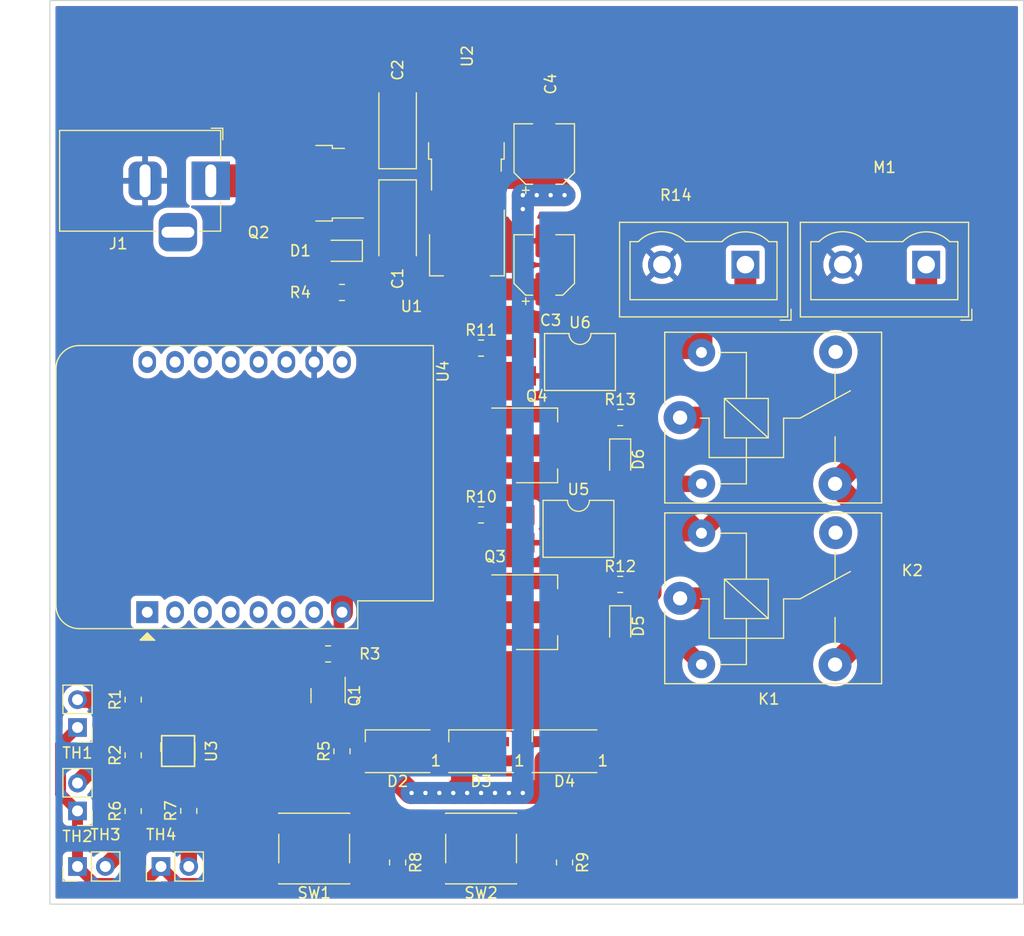
<source format=kicad_pcb>
(kicad_pcb (version 20211014) (generator pcbnew)
  (layers (0 "F.Cu" signal) (31 "B.Cu" signal) (34 "B.Paste" user) (35 "F.Paste" user) (36 "B.SilkS" user "B.Silkscreen") (37 "F.SilkS" user "F.Silkscreen") (38 "B.Mask" user) (39 "F.Mask" user) (44 "Edge.Cuts" user))
  (net 0 "")
  (net 1 "+12V")
  (net 2 "GND")
  (net 3 "+3.3V")
  (net 4 "+5V")
  (net 5 "Net-(D1-Pad2)")
  (net 6 "Net-(D2-Pad1)")
  (net 7 "Net-(D2-Pad3)")
  (net 8 "Net-(D3-Pad1)")
  (net 10 "Net-(D5-Pad2)")
  (net 11 "Net-(D6-Pad2)")
  (net 12 "Net-(J1-Pad1)")
  (net 13 "/LEDIN")
  (net 14 "Net-(Q3-Pad1)")
  (net 15 "Net-(Q4-Pad1)")
  (net 16 "/THERM")
  (net 17 "Net-(R2-Pad1)")
  (net 18 "Net-(R6-Pad1)")
  (net 19 "Net-(R7-Pad1)")
  (net 20 "/FAN")
  (net 21 "/HEAT")
  (net 22 "unconnected-(U3-Pad4)")
  (net 23 "/SCL")
  (net 24 "/SDA")
  (net 36 "Net-(K1-Pad1)")
  (net 38 "Net-(K2-Pad1)")
  (net 40 "Net-(R10-Pad2)")
  (net 41 "Net-(R11-Pad2)")
  (net 42 "Net-(R12-Pad2)")
  (net 43 "Net-(R13-Pad2)")
  (net 44 "/STARTB")
  (net 45 "/STOPB")
  (footprint "Resistor_SMD:R_0805_2012Metric_Pad1.20x1.40mm_HandSolder" (layer "F.Cu") (at 58.401 110.859 90)
    (fp_text reference "R2" (at 0 -1.65 90) (layer "F.SilkS"))
    (fp_text value "R")
    (pad "1" smd roundrect (at -1 0 90) (size 1.2 1.4) (layers "F.Cu" "F.Paste" "F.Mask") (roundrect_rratio 0.208333) (net 17 "Net-(R2-Pad1)"))
    (pad "2" smd roundrect (at 1 0 90) (size 1.2 1.4) (layers "F.Cu" "F.Paste" "F.Mask") (roundrect_rratio 0.208333) (net 2 "GND"))
  )
  (footprint "Diode_SMD:D_0805_2012Metric_Pad1.15x1.40mm_HandSolder" (layer "F.Cu") (at 102.87 99.06 -90)
    (fp_text reference "D5" (at 0 -1.65 90) (layer "F.SilkS"))
    (fp_text value "D")
    (pad "1" smd roundrect (at -1.025 0 270) (size 1.15 1.4) (layers "F.Cu" "F.Paste" "F.Mask") (roundrect_rratio 0.217391) (net 1 "+12V"))
    (pad "2" smd roundrect (at 1.025 0 270) (size 1.15 1.4) (layers "F.Cu" "F.Paste" "F.Mask") (roundrect_rratio 0.217391) (net 10 "Net-(D5-Pad2)"))
  )
  (footprint "TerminalBlock:TerminalBlock_Wuerth_691311400102_P7.62mm" (layer "F.Cu") (at 114.3 66.04 180)
    (fp_text reference "R14" (at 6.35 6.35) (layer "F.SilkS"))
    (fp_text value "Heater")
    (pad "1" thru_hole rect (at 0 0 180) (size 2.54 2.54) (drill 1.6) (layers *.Cu *.Mask) (net 38 "Net-(K2-Pad1)"))
    (pad "2" thru_hole circle (at 7.62 0 180) (size 2.54 2.54) (drill 1.6) (layers *.Cu *.Mask) (net 2 "GND"))
  )
  (footprint "Resistor_SMD:R_0805_2012Metric_Pad1.20x1.40mm_HandSolder" (layer "F.Cu") (at 97.79 120.65 -90)
    (fp_text reference "R9" (at 0 -1.65 90) (layer "F.SilkS"))
    (fp_text value "R")
    (pad "1" smd roundrect (at -1 0 270) (size 1.2 1.4) (layers "F.Cu" "F.Paste" "F.Mask") (roundrect_rratio 0.208333) (net 2 "GND"))
    (pad "2" smd roundrect (at 1 0 270) (size 1.2 1.4) (layers "F.Cu" "F.Paste" "F.Mask") (roundrect_rratio 0.208333) (net 3 "+3.3V"))
  )
  (footprint "Package_TO_SOT_SMD:SOT-223-3_TabPin2" (layer "F.Cu") (at 95.25 82.55)
    (fp_text reference "Q4" (at 0 -4.5) (layer "F.SilkS"))
    (fp_text value "PZT2222A")
    (pad "1" smd rect (at -3.15 -2.3) (size 2 1.5) (layers "F.Cu" "F.Paste" "F.Mask") (net 15 "Net-(Q4-Pad1)"))
    (pad "2" smd rect (at 3.15 0) (size 2 3.8) (layers "F.Cu" "F.Paste" "F.Mask") (net 11 "Net-(D6-Pad2)"))
    (pad "2" smd rect (at -3.15 0) (size 2 1.5) (layers "F.Cu" "F.Paste" "F.Mask") (net 11 "Net-(D6-Pad2)"))
    (pad "3" smd rect (at -3.15 2.3) (size 2 1.5) (layers "F.Cu" "F.Paste" "F.Mask") (net 2 "GND"))
  )
  (footprint "Resistor_SMD:R_0805_2012Metric_Pad1.20x1.40mm_HandSolder" (layer "F.Cu") (at 76.2 101.6 180)
    (fp_text reference "R3" (at -3.81 0) (layer "F.SilkS"))
    (fp_text value "R")
    (pad "1" smd roundrect (at -1 0 180) (size 1.2 1.4) (layers "F.Cu" "F.Paste" "F.Mask") (roundrect_rratio 0.208333) (net 3 "+3.3V"))
    (pad "2" smd roundrect (at 1 0 180) (size 1.2 1.4) (layers "F.Cu" "F.Paste" "F.Mask") (roundrect_rratio 0.208333) (net 13 "/LEDIN"))
  )
  (footprint "Connector_BarrelJack:BarrelJack_Horizontal" (layer "F.Cu") (at 65.4868 58.3769)
    (fp_text reference "J1" (at -8.45 5.75) (layer "F.SilkS"))
    (fp_text value "Barrel_Jack_MountingPin")
    (pad "1" thru_hole rect (at 0 0) (size 3.5 3.5) (drill oval 1 3) (layers *.Cu *.Mask) (net 12 "Net-(J1-Pad1)"))
    (pad "2" thru_hole roundrect (at -6 0) (size 3 3.5) (drill oval 1 3) (layers *.Cu *.Mask) (net 2 "GND"))
    (pad "3" thru_hole roundrect (at -3 4.7) (size 3.5 3.5) (drill oval 3 1) (layers *.Cu *.Mask))
  )
  (footprint "Module:WEMOS_D1_mini_light" (layer "F.Cu") (at 59.69 97.79 90)
    (fp_text reference "U4" (at 22 27 90) (layer "F.SilkS"))
    (fp_text value "WeMos_D1_mini")
    (pad "1" thru_hole rect (at 0 0 90) (size 2 2) (drill 1) (layers *.Cu *.Mask))
    (pad "2" thru_hole oval (at 0 2.54 90) (size 2 1.6) (drill 1) (layers *.Cu *.Mask) (net 16 "/THERM"))
    (pad "3" thru_hole oval (at 0 5.08 90) (size 2 1.6) (drill 1) (layers *.Cu *.Mask))
    (pad "4" thru_hole oval (at 0 7.62 90) (size 2 1.6) (drill 1) (layers *.Cu *.Mask))
    (pad "5" thru_hole oval (at 0 10.16 90) (size 2 1.6) (drill 1) (layers *.Cu *.Mask))
    (pad "6" thru_hole oval (at 0 12.7 90) (size 2 1.6) (drill 1) (layers *.Cu *.Mask))
    (pad "7" thru_hole oval (at 0 15.24 90) (size 2 1.6) (drill 1) (layers *.Cu *.Mask))
    (pad "8" thru_hole oval (at 0 17.78 90) (size 2 1.6) (drill 1) (layers *.Cu *.Mask) (net 3 "+3.3V"))
    (pad "9" thru_hole oval (at 22.86 17.78 90) (size 2 1.6) (drill 1) (layers *.Cu *.Mask))
    (pad "10" thru_hole oval (at 22.86 15.24 90) (size 2 1.6) (drill 1) (layers *.Cu *.Mask) (net 2 "GND"))
    (pad "11" thru_hole oval (at 22.86 12.7 90) (size 2 1.6) (drill 1) (layers *.Cu *.Mask))
    (pad "12" thru_hole oval (at 22.86 10.16 90) (size 2 1.6) (drill 1) (layers *.Cu *.Mask))
    (pad "13" thru_hole oval (at 22.86 7.62 90) (size 2 1.6) (drill 1) (layers *.Cu *.Mask) (net 24 "/SDA"))
    (pad "14" thru_hole oval (at 22.86 5.08 90) (size 2 1.6) (drill 1) (layers *.Cu *.Mask) (net 23 "/SCL"))
    (pad "15" thru_hole oval (at 22.86 2.54 90) (size 2 1.6) (drill 1) (layers *.Cu *.Mask))
    (pad "16" thru_hole oval (at 22.86 0 90) (size 2 1.6) (drill 1) (layers *.Cu *.Mask))
  )
  (footprint "Package_DIP:SMDIP-4_W9.53mm_Clearance8mm" (layer "F.Cu") (at 99.2 74.93)
    (fp_text reference "U6" (at 0 -3.6) (layer "F.SilkS"))
    (fp_text value "SFH617A-1X007T")
    (pad "1" smd rect (at -4.765 -1.27) (size 1.5 1.78) (layers "F.Cu" "F.Paste" "F.Mask") (net 41 "Net-(R11-Pad2)"))
    (pad "2" smd rect (at -4.765 1.27) (size 1.5 1.78) (layers "F.Cu" "F.Paste" "F.Mask") (net 2 "GND"))
    (pad "3" smd rect (at 4.765 1.27) (size 1.5 1.78) (layers "F.Cu" "F.Paste" "F.Mask") (net 43 "Net-(R13-Pad2)"))
    (pad "4" smd rect (at 4.765 -1.27) (size 1.5 1.78) (layers "F.Cu" "F.Paste" "F.Mask") (net 1 "+12V"))
  )
  (footprint "Connector_PinHeader_2.54mm:PinHeader_1x02_P2.54mm_Vertical" (layer "F.Cu") (at 60.941 121.019 90)
    (fp_text reference "TH4" (at 2.909 0.019 180) (layer "F.SilkS"))
    (fp_text value "Right Thermistor")
    (pad "1" thru_hole rect (at 0 0 90) (size 1.7 1.7) (drill 1) (layers *.Cu *.Mask) (net 3 "+3.3V"))
    (pad "2" thru_hole oval (at 0 2.54 90) (size 1.7 1.7) (drill 1) (layers *.Cu *.Mask) (net 19 "Net-(R7-Pad1)"))
  )
  (footprint "My:MSOP-8+SOT23-8" (layer "F.Cu") (at 66.04 110.49 90)
    (fp_text reference "U3" (at 0 -0.5 90 unlocked) (layer "F.SilkS"))
    (fp_text value "MAX11612")
    (pad "1" smd rect (at -2.129 -4.509) (size 0.38 1) (layers "F.Cu" "F.Paste" "F.Mask") (net 18 "Net-(R6-Pad1)"))
    (pad "1" smd roundrect (at -1.1555 -4.531 90) (size 1.325 0.5) (layers "F.Cu" "F.Paste" "F.Mask") (net 18 "Net-(R6-Pad1)"))
    (pad "2" smd roundrect (at -1.1555 -3.881 90) (size 1.325 0.5) (layers "F.Cu" "F.Paste" "F.Mask") (net 19 "Net-(R7-Pad1)"))
    (pad "2" smd rect (at -2.129 -3.859) (size 0.38 1) (layers "F.Cu" "F.Paste" "F.Mask") (net 19 "Net-(R7-Pad1)"))
    (pad "3" smd rect (at -2.129 -3.209) (size 0.38 1) (layers "F.Cu" "F.Paste" "F.Mask") (net 17 "Net-(R2-Pad1)"))
    (pad "3" smd roundrect (at -1.1555 -3.231 90) (size 1.325 0.5) (layers "F.Cu" "F.Paste" "F.Mask") (net 17 "Net-(R2-Pad1)"))
    (pad "4" smd rect (at -2.129 -2.559) (size 0.38 1) (layers "F.Cu" "F.Paste" "F.Mask") (net 22 "unconnected-(U3-Pad4)"))
    (pad "4" smd roundrect (at -1.1555 -2.581 90) (size 1.325 0.5) (layers "F.Cu" "F.Paste" "F.Mask") (net 22 "unconnected-(U3-Pad4)"))
    (pad "5" smd rect (at 2.171 -2.559) (size 0.38 1) (layers "F.Cu" "F.Paste" "F.Mask") (net 23 "/SCL"))
    (pad "5" smd roundrect (at 1.1195 -2.581 90) (size 1.325 0.5) (layers "F.Cu" "F.Paste" "F.Mask") (net 23 "/SCL"))
    (pad "6" smd roundrect (at 1.1195 -3.231 90) (size 1.325 0.5) (layers "F.Cu" "F.Paste" "F.Mask") (net 24 "/SDA"))
    (pad "6" smd rect (at 2.171 -3.209) (size 0.38 1) (layers "F.Cu" "F.Paste" "F.Mask") (net 24 "/SDA"))
    (pad "7" smd roundrect (at 1.1195 -3.881 90) (size 1.325 0.5) (layers "F.Cu" "F.Paste" "F.Mask") (net 2 "GND"))
    (pad "7" smd rect (at 2.171 -3.859) (size 0.38 1) (layers "F.Cu" "F.Paste" "F.Mask") (net 2 "GND"))
    (pad "8" smd rect (at 2.171 -4.509) (size 0.38 1) (layers "F.Cu" "F.Paste" "F.Mask") (net 3 "+3.3V"))
    (pad "8" smd roundrect (at 1.1195 -4.531 90) (size 1.325 0.5) (layers "F.Cu" "F.Paste" "F.Mask") (net 3 "+3.3V"))
  )
  (footprint "Resistor_SMD:R_0805_2012Metric_Pad1.20x1.40mm_HandSolder" (layer "F.Cu") (at 82.55 120.65 -90)
    (fp_text reference "R8" (at 0 -1.65 90) (layer "F.SilkS"))
    (fp_text value "R")
    (pad "1" smd roundrect (at -1 0 270) (size 1.2 1.4) (layers "F.Cu" "F.Paste" "F.Mask") (roundrect_rratio 0.208333) (net 2 "GND"))
    (pad "2" smd roundrect (at 1 0 270) (size 1.2 1.4) (layers "F.Cu" "F.Paste" "F.Mask") (roundrect_rratio 0.208333) (net 3 "+3.3V"))
  )
  (footprint "LED_SMD:LED_SK6812MINI_PLCC4_3.5x3.5mm_P1.75mm" (layer "F.Cu") (at 90.17 110.49 180)
    (fp_text reference "D3" (at 0 -2.75) (layer "F.SilkS"))
    (fp_text value "SK6812MINI")
    (fp_text user "1" (at -3.5 -0.875) (layer "F.SilkS"))
    (pad "1" smd rect (at -1.75 -0.875 180) (size 1.6 0.85) (layers "F.Cu" "F.Paste" "F.Mask") (net 8 "Net-(D3-Pad1)"))
    (pad "2" smd rect (at -1.75 0.875 180) (size 1.6 0.85) (layers "F.Cu" "F.Paste" "F.Mask") (net 2 "GND"))
    (pad "3" smd rect (at 1.75 0.875 180) (size 1.6 0.85) (layers "F.Cu" "F.Paste" "F.Mask") (net 6 "Net-(D2-Pad1)"))
    (pad "4" smd rect (at 1.75 -0.875 180) (size 1.6 0.85) (layers "F.Cu" "F.Paste" "F.Mask") (net 4 "+5V"))
  )
  (footprint "Capacitor_SMD:CP_Elec_5x5.7" (layer "F.Cu") (at 95.9358 66.0654 90)
    (fp_text reference "C3" (at -5.0546 0.5842 180) (layer "F.SilkS"))
    (fp_text value "C_Polarized_US")
    (pad "1" smd roundrect (at -2.2 0 90) (size 3 1.6) (layers "F.Cu" "F.Paste" "F.Mask") (roundrect_rratio 0.15625) (net 3 "+3.3V"))
    (pad "2" smd roundrect (at 2.2 0 90) (size 3 1.6) (layers "F.Cu" "F.Paste" "F.Mask") (roundrect_rratio 0.15625) (net 2 "GND"))
  )
  (footprint "Resistor_SMD:R_0805_2012Metric_Pad1.20x1.40mm_HandSolder" (layer "F.Cu") (at 102.87 80.01)
    (fp_text reference "R13" (at 0 -1.65) (layer "F.SilkS"))
    (fp_text value "R 120")
    (pad "1" smd roundrect (at -1 0) (size 1.2 1.4) (layers "F.Cu" "F.Paste" "F.Mask") (roundrect_rratio 0.208333) (net 15 "Net-(Q4-Pad1)"))
    (pad "2" smd roundrect (at 1 0) (size 1.2 1.4) (layers "F.Cu" "F.Paste" "F.Mask") (roundrect_rratio 0.208333) (net 43 "Net-(R13-Pad2)"))
  )
  (footprint "Capacitor_SMD:CP_Elec_5x5.7" (layer "F.Cu") (at 95.9358 55.9308 90)
    (fp_text reference "C4" (at 6.4008 0.5842 90) (layer "F.SilkS"))
    (fp_text value "C_Polarized_US")
    (pad "1" smd roundrect (at -2.2 0 90) (size 3 1.6) (layers "F.Cu" "F.Paste" "F.Mask") (roundrect_rratio 0.15625) (net 4 "+5V"))
    (pad "2" smd roundrect (at 2.2 0 90) (size 3 1.6) (layers "F.Cu" "F.Paste" "F.Mask") (roundrect_rratio 0.15625) (net 2 "GND"))
  )
  (footprint "Resistor_SMD:R_0805_2012Metric_Pad1.20x1.40mm_HandSolder" (layer "F.Cu") (at 63.481 115.939 90)
    (fp_text reference "R7" (at 0 -1.65 90) (layer "F.SilkS"))
    (fp_text value "R")
    (pad "1" smd roundrect (at -1 0 90) (size 1.2 1.4) (layers "F.Cu" "F.Paste" "F.Mask") (roundrect_rratio 0.208333) (net 19 "Net-(R7-Pad1)"))
    (pad "2" smd roundrect (at 1 0 90) (size 1.2 1.4) (layers "F.Cu" "F.Paste" "F.Mask") (roundrect_rratio 0.208333) (net 2 "GND"))
  )
  (footprint "Capacitor_Tantalum_SMD:CP_EIA-6032-15_Kemet-U_Pad2.25x2.35mm_HandSolder" (layer "F.Cu") (at 82.55 53.34 90)
    (fp_text reference "C2" (at 5.08 0 90) (layer "F.SilkS"))
    (fp_text value "C")
    (pad "1" smd roundrect (at -2.55 0 90) (size 2.25 2.35) (layers "F.Cu" "F.Paste" "F.Mask") (roundrect_rratio 0.111111) (net 1 "+12V"))
    (pad "2" smd roundrect (at 2.55 0 90) (size 2.25 2.35) (layers "F.Cu" "F.Paste" "F.Mask") (roundrect_rratio 0.111111) (net 2 "GND"))
  )
  (footprint "Resistor_SMD:R_0805_2012Metric_Pad1.20x1.40mm_HandSolder" (layer "F.Cu") (at 102.87 95.25)
    (fp_text reference "R12" (at 0 -1.65) (layer "F.SilkS"))
    (fp_text value "R 120")
    (pad "1" smd roundrect (at -1 0) (size 1.2 1.4) (layers "F.Cu" "F.Paste" "F.Mask") (roundrect_rratio 0.208333) (net 14 "Net-(Q3-Pad1)"))
    (pad "2" smd roundrect (at 1 0) (size 1.2 1.4) (layers "F.Cu" "F.Paste" "F.Mask") (roundrect_rratio 0.208333) (net 42 "Net-(R12-Pad2)"))
  )
  (footprint "Resistor_SMD:R_0805_2012Metric_Pad1.20x1.40mm_HandSolder" (layer "F.Cu") (at 77.47 68.58)
    (fp_text reference "R4" (at -3.81 0) (layer "F.SilkS"))
    (fp_text value "R")
    (pad "1" smd roundrect (at -1 0) (size 1.2 1.4) (layers "F.Cu" "F.Paste" "F.Mask") (roundrect_rratio 0.208333) (net 5 "Net-(D1-Pad2)"))
    (pad "2" smd roundrect (at 1 0) (size 1.2 1.4) (layers "F.Cu" "F.Paste" "F.Mask") (roundrect_rratio 0.208333) (net 2 "GND"))
  )
  (footprint "Capacitor_Tantalum_SMD:CP_EIA-6032-15_Kemet-U_Pad2.25x2.35mm_HandSolder" (layer "F.Cu") (at 82.55 62.23 -90)
    (fp_text reference "C1" (at 5.08 0 90) (layer "F.SilkS"))
    (fp_text value "C")
    (pad "1" smd roundrect (at -2.55 0 270) (size 2.25 2.35) (layers "F.Cu" "F.Paste" "F.Mask") (roundrect_rratio 0.111111) (net 1 "+12V"))
    (pad "2" smd roundrect (at 2.55 0 270) (size 2.25 2.35) (layers "F.Cu" "F.Paste" "F.Mask") (roundrect_rratio 0.111111) (net 2 "GND"))
  )
  (footprint "Resistor_SMD:R_0805_2012Metric_Pad1.20x1.40mm_HandSolder" (layer "F.Cu") (at 90.17 88.9)
    (fp_text reference "R10" (at 0 -1.65) (layer "F.SilkS"))
    (fp_text value "R 470")
    (pad "1" smd roundrect (at -1 0) (size 1.2 1.4) (layers "F.Cu" "F.Paste" "F.Mask") (roundrect_rratio 0.208333) (net 20 "/FAN"))
    (pad "2" smd roundrect (at 1 0) (size 1.2 1.4) (layers "F.Cu" "F.Paste" "F.Mask") (roundrect_rratio 0.208333) (net 40 "Net-(R10-Pad2)"))
  )
  (footprint "Button_Switch_SMD:SW_Push_1P1T_NO_6x6mm_H9.5mm" (layer "F.Cu") (at 90.17 119.38 180)
    (fp_text reference "SW2" (at 0 -4.05) (layer "F.SilkS"))
    (fp_text value "Stop Switch")
    (pad "1" smd rect (at -3.975 -2.25 180) (size 1.55 1.3) (layers "F.Cu" "F.Paste" "F.Mask") (net 3 "+3.3V"))
    (pad "1" smd rect (at 3.975 -2.25 180) (size 1.55 1.3) (layers "F.Cu" "F.Paste" "F.Mask") (net 3 "+3.3V"))
    (pad "2" smd rect (at 3.975 2.25 180) (size 1.55 1.3) (layers "F.Cu" "F.Paste" "F.Mask") (net 45 "/STOPB"))
    (pad "2" smd rect (at -3.975 2.25 180) (size 1.55 1.3) (layers "F.Cu" "F.Paste" "F.Mask") (net 45 "/STOPB"))
  )
  (footprint "Relay_THT:Relay_SPDT_SANYOU_SRD_Series_Form_C" (layer "F.Cu") (at 108.34 80.01)
    (fp_text reference "K2" (at 21.2 13.97) (layer "F.SilkS"))
    (fp_text value "Relay 1")
    (pad "1" thru_hole circle (at 0 0 90) (size 3 3) (drill 1.3) (layers *.Cu *.Mask) (net 38 "Net-(K2-Pad1)"))
    (pad "2" thru_hole circle (at 1.95 6.05 90) (size 2.5 2.5) (drill 1) (layers *.Cu *.Mask) (net 11 "Net-(D6-Pad2)"))
    (pad "3" thru_hole circle (at 14.15 6.05 90) (size 3 3) (drill 1.3) (layers *.Cu *.Mask) (net 1 "+12V"))
    (pad "4" thru_hole circle (at 14.2 -6 90) (size 3 3) (drill 1.3) (layers *.Cu *.Mask))
    (pad "5" thru_hole circle (at 1.95 -5.95 90) (size 2.5 2.5) (drill 1) (layers *.Cu *.Mask) (net 1 "+12V"))
  )
  (footprint "Package_TO_SOT_SMD:TO-252-2" (layer "F.Cu") (at 88.8238 53.9242 90)
    (fp_text reference "U2" (at 6.9342 0.0762 90) (layer "F.SilkS"))
    (fp_text value "LD1117DT50TR")
    (pad "1" smd rect (at -4.2 -2.28 90) (size 2.2 1.2) (layers "F.Cu" "F.Paste" "F.Mask") (net 1 "+12V"))
    (pad "2" smd rect (at 2.1 0 90) (size 6.4 5.8) (layers "F.Cu" "F.Mask") (net 2 "GND"))
    (pad "3" smd rect (at -4.2 2.28 90) (size 2.2 1.2) (layers "F.Cu" "F.Paste" "F.Mask") (net 4 "+5V"))
  )
  (footprint "LED_SMD:LED_SK6812MINI_PLCC4_3.5x3.5mm_P1.75mm" (layer "F.Cu") (at 82.55 110.49 180)
    (fp_text reference "D2" (at 0 -2.75) (layer "F.SilkS"))
    (fp_text value "SK6812MINI")
    (fp_text user "1" (at -3.5 -0.875) (layer "F.SilkS"))
    (pad "1" smd rect (at -1.75 -0.875 180) (size 1.6 0.85) (layers "F.Cu" "F.Paste" "F.Mask") (net 6 "Net-(D2-Pad1)"))
    (pad "2" smd rect (at -1.75 0.875 180) (size 1.6 0.85) (layers "F.Cu" "F.Paste" "F.Mask") (net 2 "GND"))
    (pad "3" smd rect (at 1.75 0.875 180) (size 1.6 0.85) (layers "F.Cu" "F.Paste" "F.Mask") (net 7 "Net-(D2-Pad3)"))
    (pad "4" smd rect (at 1.75 -0.875 180) (size 1.6 0.85) (layers "F.Cu" "F.Paste" "F.Mask") (net 4 "+5V"))
  )
  (footprint "Connector_PinHeader_2.54mm:PinHeader_1x02_P2.54mm_Vertical" (layer "F.Cu") (at 53.321 108.319 180)
    (fp_text reference "TH1" (at 0 -2.33) (layer "F.SilkS"))
    (fp_text value "Bottom Thermistor")
    (pad "1" thru_hole rect (at 0 0 180) (size 1.7 1.7) (drill 1) (layers *.Cu *.Mask) (net 3 "+3.3V"))
    (pad "2" thru_hole oval (at 0 2.54 180) (size 1.7 1.7) (drill 1) (layers *.Cu *.Mask) (net 16 "/THERM"))
  )
  (footprint "Package_DIP:SMDIP-4_W9.53mm_Clearance8mm" (layer "F.Cu") (at 99.06 90.17)
    (fp_text reference "U5" (at 0 -3.6) (layer "F.SilkS"))
    (fp_text value "SFH617A-1X007T")
    (pad "1" smd rect (at -4.765 -1.27) (size 1.5 1.78) (layers "F.Cu" "F.Paste" "F.Mask") (net 40 "Net-(R10-Pad2)"))
    (pad "2" smd rect (at -4.765 1.27) (size 1.5 1.78) (layers "F.Cu" "F.Paste" "F.Mask") (net 2 "GND"))
    (pad "3" smd rect (at 4.765 1.27) (size 1.5 1.78) (layers "F.Cu" "F.Paste" "F.Mask") (net 42 "Net-(R12-Pad2)"))
    (pad "4" smd rect (at 4.765 -1.27) (size 1.5 1.78) (layers "F.Cu" "F.Paste" "F.Mask") (net 1 "+12V"))
  )
  (footprint "Button_Switch_SMD:SW_Push_1P1T_NO_6x6mm_H9.5mm" (layer "F.Cu") (at 74.93 119.38 180)
    (fp_text reference "SW1" (at 0 -4.05) (layer "F.SilkS"))
    (fp_text value "Start Switch")
    (pad "1" smd rect (at 3.975 -2.25 180) (size 1.55 1.3) (layers "F.Cu" "F.Paste" "F.Mask") (net 3 "+3.3V"))
    (pad "1" smd rect (at -3.975 -2.25 180) (size 1.55 1.3) (layers "F.Cu" "F.Paste" "F.Mask") (net 3 "+3.3V"))
    (pad "2" smd rect (at 3.975 2.25 180) (size 1.55 1.3) (layers "F.Cu" "F.Paste" "F.Mask") (net 44 "/STARTB"))
    (pad "2" smd rect (at -3.975 2.25 180) (size 1.55 1.3) (layers "F.Cu" "F.Paste" "F.Mask") (net 44 "/STARTB"))
  )
  (footprint "Resistor_SMD:R_0805_2012Metric_Pad1.20x1.40mm_HandSolder" (layer "F.Cu") (at 58.401 115.9596 90)
    (fp_text reference "R6" (at 0 -1.65 90) (layer "F.SilkS"))
    (fp_text value "R")
    (pad "1" smd roundrect (at -1 0 90) (size 1.2 1.4) (layers "F.Cu" "F.Paste" "F.Mask") (roundrect_rratio 0.208333) (net 18 "Net-(R6-Pad1)"))
    (pad "2" smd roundrect (at 1 0 90) (size 1.2 1.4) (layers "F.Cu" "F.Paste" "F.Mask") (roundrect_rratio 0.208333) (net 2 "GND"))
  )
  (footprint "Package_TO_SOT_SMD:SOT-23" (layer "F.Cu") (at 76.2 105.41 -90)
    (fp_text reference "Q1" (at 0 -2.4 90) (layer "F.SilkS"))
    (fp_text value "BS170F")
    (pad "1" smd roundrect (at -0.9375 -0.95 270) (size 1.475 0.6) (layers "F.Cu" "F.Paste" "F.Mask") (net 3 "+3.3V"))
    (pad "2" smd roundrect (at -0.9375 0.95 270) (size 1.475 0.6) (layers "F.Cu" "F.Paste" "F.Mask") (net 13 "/LEDIN"))
    (pad "3" smd roundrect (at 0.9375 0 270) (size 1.475 0.6) (layers "F.Cu" "F.Paste" "F.Mask") (net 7 "Net-(D2-Pad3)"))
  )
  (footprint "Diode_SMD:D_0805_2012Metric_Pad1.15x1.40mm_HandSolder" (layer "F.Cu") (at 77.47 64.77 180)
    (fp_text reference "D1" (at 3.81 0) (layer "F.SilkS"))
    (fp_text value "D_Zener")
    (pad "1" smd roundrect (at -1.025 0 180) (size 1.15 1.4) (layers "F.Cu" "F.Paste" "F.Mask") (roundrect_rratio 0.217391) (net 1 "+12V"))
    (pad "2" smd roundrect (at 1.025 0 180) (size 1.15 1.4) (layers "F.Cu" "F.Paste" "F.Mask") (roundrect_rratio 0.217391) (net 5 "Net-(D1-Pad2)"))
  )
  (footprint "TerminalBlock:TerminalBlock_Wuerth_691311400102_P7.62mm" (layer "F.Cu") (at 130.81 66.04 180)
    (fp_text reference "M1" (at 3.81 8.89) (layer "F.SilkS"))
    (fp_text value "Fan")
    (pad "1" thru_hole rect (at 0 0 180) (size 2.54 2.54) (drill 1.6) (layers *.Cu *.Mask) (net 36 "Net-(K1-Pad1)"))
    (pad "2" thru_hole circle (at 7.62 0 180) (size 2.54 2.54) (drill 1.6) (layers *.Cu *.Mask) (net 2 "GND"))
  )
  (footprint "Package_TO_SOT_SMD:TO-252-3_TabPin2" (layer "F.Cu") (at 74.1172 58.5978 180)
    (fp_text reference "Q2" (at 4.2672 -4.5) (layer "F.SilkS"))
    (fp_text value "FQP27P06")
    (pad "1" smd rect (at -4.2 -2.28 180) (size 2.2 1.2) (layers "F.Cu" "F.Paste" "F.Mask") (net 5 "Net-(D1-Pad2)"))
    (pad "2" smd rect (at -4.2 0 180) (size 2.2 1.2) (layers "F.Cu" "F.Paste" "F.Mask") (net 12 "Net-(J1-Pad1)"))
    (pad "2" smd rect (at 2.1 0 180) (size 6.4 5.8) (layers "F.Cu" "F.Mask") (net 12 "Net-(J1-Pad1)"))
    (pad "3" smd rect (at -4.2 2.28 180) (size 2.2 1.2) (layers "F.Cu" "F.Paste" "F.Mask") (net 1 "+12V"))
  )
  (footprint "Diode_SMD:D_0805_2012Metric_Pad1.15x1.40mm_HandSolder" (layer "F.Cu") (at 102.87 83.82 -90)
    (fp_text reference "D6" (at 0 -1.65 90) (layer "F.SilkS"))
    (fp_text value "D")
    (pad "1" smd roundrect (at -1.025 0 270) (size 1.15 1.4) (layers "F.Cu" "F.Paste" "F.Mask") (roundrect_rratio 0.217391) (net 1 "+12V"))
    (pad "2" smd roundrect (at 1.025 0 270) (size 1.15 1.4) (layers "F.Cu" "F.Paste" "F.Mask") (roundrect_rratio 0.217391) (net 11 "Net-(D6-Pad2)"))
  )
  (footprint "Package_TO_SOT_SMD:SOT-223-3_TabPin2" (layer "F.Cu") (at 95.25 97.79)
    (fp_text reference "Q3" (at -3.81 -5.08) (layer "F.SilkS"))
    (fp_text value "PZT2222A")
    (pad "1" smd rect (at -3.15 -2.3) (size 2 1.5) (layers "F.Cu" "F.Paste" "F.Mask") (net 14 "Net-(Q3-Pad1)"))
    (pad "2" smd rect (at -3.15 0) (size 2 1.5) (layers "F.Cu" "F.Paste" "F.Mask") (net 10 "Net-(D5-Pad2)"))
    (pad "2" smd rect (at 3.15 0) (size 2 3.8) (layers "F.Cu" "F.Paste" "F.Mask") (net 10 "Net-(D5-Pad2)"))
    (pad "3" smd rect (at -3.15 2.3) (size 2 1.5) (layers "F.Cu" "F.Paste" "F.Mask") (net 2 "GND"))
  )
  (footprint "Connector_PinHeader_2.54mm:PinHeader_1x02_P2.54mm_Vertical" (layer "F.Cu") (at 53.321 121.019 90)
    (fp_text reference "TH3" (at 2.909 2.559 180) (layer "F.SilkS"))
    (fp_text value "Left Thermistor")
    (pad "1" thru_hole rect (at 0 0 90) (size 1.7 1.7) (drill 1) (layers *.Cu *.Mask) (net 3 "+3.3V"))
    (pad "2" thru_hole oval (at 0 2.54 90) (size 1.7 1.7) (drill 1) (layers *.Cu *.Mask) (net 18 "Net-(R6-Pad1)"))
  )
  (footprint "Relay_THT:Relay_SPDT_SANYOU_SRD_Series_Form_C" (layer "F.Cu") (at 108.34 96.52)
    (fp_text reference "K1" (at 8.1 9.2) (layer "F.SilkS"))
    (fp_text value "Relay 2")
    (pad "1" thru_hole circle (at 0 0 90) (size 3 3) (drill 1.3) (layers *.Cu *.Mask) (net 36 "Net-(K1-Pad1)"))
    (pad "2" thru_hole circle (at 1.95 6.05 90) (size 2.5 2.5) (drill 1) (layers *.Cu *.Mask) (net 10 "Net-(D5-Pad2)"))
    (pad "3" thru_hole circle (at 14.15 6.05 90) (size 3 3) (drill 1.3) (layers *.Cu *.Mask) (net 1 "+12V"))
    (pad "4" thru_hole circle (at 14.2 -6 90) (size 3 3) (drill 1.3) (layers *.Cu *.Mask))
    (pad "5" thru_hole circle (at 1.95 -5.95 90) (size 2.5 2.5) (drill 1) (layers *.Cu *.Mask) (net 1 "+12V"))
  )
  (footprint "Resistor_SMD:R_0805_2012Metric_Pad1.20x1.40mm_HandSolder" (layer "F.Cu") (at 58.401 105.779 90)
    (fp_text reference "R1" (at 0 -1.65 90) (layer "F.SilkS"))
    (fp_text value "R")
    (pad "1" smd roundrect (at -1 0 90) (size 1.2 1.4) (layers "F.Cu" "F.Paste" "F.Mask") (roundrect_rratio 0.208333) (net 16 "/THERM"))
    (pad "2" smd roundrect (at 1 0 90) (size 1.2 1.4) (layers "F.Cu" "F.Paste" "F.Mask") (roundrect_rratio 0.208333) (net 2 "GND"))
  )
  (footprint "Package_TO_SOT_SMD:SOT-223-3_TabPin2" (layer "F.Cu") (at 88.8746 65.151 -90)
    (fp_text reference "U1" (at 4.699 5.0546 180) (layer "F.SilkS"))
    (fp_text value "AMS1117-3.3")
    (pad "1" smd rect (at -3.15 -2.3 270) (size 2 1.5) (layers "F.Cu" "F.Paste" "F.Mask") (net 2 "GND"))
    (pad "2" smd rect (at 3.15 0 270) (size 2 3.8) (layers "F.Cu" "F.Paste" "F.Mask") (net 3 "+3.3V"))
    (pad "2" smd rect (at -3.15 0 270) (size 2 1.5) (layers "F.Cu" "F.Paste" "F.Mask") (net 3 "+3.3V"))
    (pad "3" smd rect (at -3.15 2.3 270) (size 2 1.5) (layers "F.Cu" "F.Paste" "F.Mask") (net 1 "+12V"))
  )
  (footprint "Resistor_SMD:R_0805_2012Metric_Pad1.20x1.40mm_HandSolder" (layer "F.Cu") (at 90.17 73.66)
    (fp_text reference "R11" (at 0 -1.65) (layer "F.SilkS"))
    (fp_text value "R 470")
    (pad "1" smd roundrect (at -1 0) (size 1.2 1.4) (layers "F.Cu" "F.Paste" "F.Mask") (roundrect_rratio 0.208333) (net 21 "/HEAT"))
    (pad "2" smd roundrect (at 1 0) (size 1.2 1.4) (layers "F.Cu" "F.Paste" "F.Mask") (roundrect_rratio 0.208333) (net 41 "Net-(R11-Pad2)"))
  )
  (footprint "LED_SMD:LED_SK6812MINI_PLCC4_3.5x3.5mm_P1.75mm" (layer "F.Cu") (at 97.79 110.49 180)
    (fp_text reference "D4" (at 0 -2.75) (layer "F.SilkS"))
    (fp_text value "SK6812MINI")
    (fp_text user "1" (at -3.5 -0.875) (layer "F.SilkS"))
    (pad "1" smd rect (at -1.75 -0.875 180) (size 1.6 0.85) (layers "F.Cu" "F.Paste" "F.Mask"))
    (pad "2" smd rect (at -1.75 0.875 180) (size 1.6 0.85) (layers "F.Cu" "F.Paste" "F.Mask") (net 2 "GND"))
    (pad "3" smd rect (at 1.75 0.875 180) (size 1.6 0.85) (layers "F.Cu" "F.Paste" "F.Mask") (net 8 "Net-(D3-Pad1)"))
    (pad "4" smd rect (at 1.75 -0.875 180) (size 1.6 0.85) (layers "F.Cu" "F.Paste" "F.Mask") (net 4 "+5V"))
  )
  (footprint "Connector_PinHeader_2.54mm:PinHeader_1x02_P2.54mm_Vertical" (layer "F.Cu") (at 53.321 115.939 180)
    (fp_text reference "TH2" (at 0 -2.33) (layer "F.SilkS"))
    (fp_text value "Top Thermistor")
    (pad "1" thru_hole rect (at 0 0 180) (size 1.7 1.7) (drill 1) (layers *.Cu *.Mask) (net 3 "+3.3V"))
    (pad "2" thru_hole oval (at 0 2.54 180) (size 1.7 1.7) (drill 1) (layers *.Cu *.Mask) (net 17 "Net-(R2-Pad1)"))
  )
  (footprint "Resistor_SMD:R_0805_2012Metric_Pad1.20x1.40mm_HandSolder" (layer "F.Cu") (at 77.47 110.49 90)
    (fp_text reference "R5" (at 0 -1.65 90) (layer "F.SilkS"))
    (fp_text value "R")
    (pad "1" smd roundrect (at -1 0 90) (size 1.2 1.4) (layers "F.Cu" "F.Paste" "F.Mask") (roundrect_rratio 0.208333) (net 4 "+5V"))
    (pad "2" smd roundrect (at 1 0 90) (size 1.2 1.4) (layers "F.Cu" "F.Paste" "F.Mask") (roundrect_rratio 0.208333) (net 7 "Net-(D2-Pad3)"))
  )
  (gr_rect (start 50.8 41.91) (end 139.7 124.46) (layer "Edge.Cuts") (width 0.1) (fill none))
  (segment (start 82.55 55.89) (end 82.55 59.68) (width 2) (layer "F.Cu") (net 1))
  (segment (start 78.3172 47.4128) (end 78.3172 56.1478) (width 2) (layer "F.Cu") (net 1))
  (segment (start 110.735 82.795) (end 112.785 82.795) (width 1.5) (layer "F.Cu") (net 1))
  (segment (start 113.03 85.09) (end 113.03 87.83) (width 1.5) (layer "F.Cu") (net 1))
  (segment (start 101.6 48.26) (end 97.79 44.45) (width 2) (layer "F.Cu") (net 1))
  (segment (start 119.38 76.2) (end 119.38 60.96) (width 1.5) (layer "F.Cu") (net 1))
  (segment (start 77.7378 56.1478) (end 78.3172 56.1478) (width 2) (layer "F.Cu") (net 1))
  (segment (start 110.29 74.06) (end 110.29 63.7) (width 2) (layer "F.Cu") (net 1))
  (segment (start 82.55 59.68) (end 82.55 60.715) (width 2) (layer "F.Cu") (net 1))
  (segment (start 84.871 62.001) (end 82.55 59.68) (width 2) (layer "F.Cu") (net 1))
  (segment (start 103.965 73.66) (end 109.89 73.66) (width 2) (layer "F.Cu") (net 1))
  (segment (start 102.87 82.795) (end 110.735 82.795) (width 1.5) (layer "F.Cu") (net 1))
  (segment (start 105.89 92.23) (end 107.55 90.57) (width 1.5) (layer "F.Cu") (net 1))
  (segment (start 77.48 55.89) (end 77.7378 56.1478) (width 2) (layer "F.Cu") (net 1))
  (segment (start 127 90.57) (end 122.49 86.06) (width 2) (layer "F.Cu") (net 1))
  (segment (start 122.49 102.57) (end 127 98.06) (width 2) (layer "F.Cu") (net 1))
  (segment (start 86.5746 62.001) (end 84.871 62.001) (width 2) (layer "F.Cu") (net 1))
  (segment (start 84.7842 58.1242) (end 82.55 55.89) (width 2) (layer "F.Cu") (net 1))
  (segment (start 82.55 60.715) (end 78.495 64.77) (width 2) (layer "F.Cu") (net 1))
  (segment (start 97.79 44.45) (end 81.28 44.45) (width 2) (layer "F.Cu") (net 1))
  (segment (start 109.89 73.66) (end 110.29 74.06) (width 2) (layer "F.Cu") (net 1))
  (segment (start 113.03 60.96) (end 119.38 60.96) (width 2) (layer "F.Cu") (net 1))
  (segment (start 134.62 73.93) (end 122.49 86.06) (width 2) (layer "F.Cu") (net 1))
  (segment (start 127 98.06) (end 127 90.57) (width 2) (layer "F.Cu") (net 1))
  (segment (start 103.965 73.66) (end 103.965 70.945) (width 2) (layer "F.Cu") (net 1))
  (segment (start 113.03 87.83) (end 110.29 90.57) (width 1.5) (layer "F.Cu") (net 1))
  (segment (start 110.29 63.7) (end 113.03 60.96) (width 2) (layer "F.Cu") (net 1))
  (segment (start 108.62 88.9) (end 110.29 90.57) (width 1.5) (layer "F.Cu") (net 1))
  (segment (start 134.62 63.5) (end 134.62 73.93) (width 2) (layer "F.Cu") (net 1))
  (segment (start 82.55 55.89) (end 77.48 55.89) (width 2) (layer "F.Cu") (net 1))
  (segment (start 107.55 90.57) (end 110.29 90.57) (width 1.5) (layer "F.Cu") (net 1))
  (segment (start 119.38 60.96) (end 132.08 60.96) (width 2) (layer "F.Cu") (net 1))
  (segment (start 112.785 82.795) (end 119.38 76.2) (width 1.5) (layer "F.Cu") (net 1))
  (segment (start 132.08 60.96) (end 134.62 63.5) (width 2) (layer "F.Cu") (net 1))
  (segment (start 102.87 98.035) (end 103.895 98.035) (width 1.5) (layer "F.Cu") (net 1))
  (segment (start 81.28 44.45) (end 78.3172 47.4128) (width 2) (layer "F.Cu") (net 1))
  (segment (start 105.89 96.04) (end 105.89 92.23) (width 1.5) (layer "F.Cu") (net 1))
  (segment (start 103.825 88.9) (end 108.62 88.9) (width 1.5) (layer "F.Cu") (net 1))
  (segment (start 103.895 98.035) (end 105.89 96.04) (width 1.5) (layer "F.Cu") (net 1))
  (segment (start 86.5438 58.1242) (end 84.7842 58.1242) (width 2) (layer "F.Cu") (net 1))
  (segment (start 103.965 70.945) (end 101.6 68.58) (width 2) (layer "F.Cu") (net 1))
  (segment (start 101.6 68.58) (end 101.6 48.26) (width 2) (layer "F.Cu") (net 1))
  (segment (start 110.735 82.795) (end 113.03 85.09) (width 1.5) (layer "F.Cu") (net 1))
  (segment (start 62.159 109.3705) (end 62.159 108.341) (width 0.25) (layer "F.Cu") (net 2))
  (segment (start 62.159 108.341) (end 62.181 108.319) (width 0.25) (layer "F.Cu") (net 2))
  (segment (start 61.509 109.3705) (end 61.509 108.341) (width 0.25) (layer "F.Cu") (net 3))
  (segment (start 88.8746 68.301) (end 95.9002 68.301) (width 2) (layer "F.Cu") (net 3))
  (segment (start 86.175 121.65) (end 86.195 121.63) (width 2) (layer "F.Cu") (net 3))
  (segment (start 70.016 122.569) (end 70.955 121.63) (width 1) (layer "F.Cu") (net 3))
  (segment (start 97.77 121.63) (end 97.79 121.65) (width 2) (layer "F.Cu") (net 3))
  (segment (start 51.771 114.389) (end 53.321 115.939) (width 1) (layer "F.Cu") (net 3))
  (segment (start 53.321 108.319) (end 51.771 109.869) (width 1) (layer "F.Cu") (net 3))
  (segment (start 86.195 121.63) (end 94.145 121.63) (width 2) (layer "F.Cu") (net 3))
  (segment (start 95.9002 68.301) (end 95.9358 68.2654) (width 2) (layer "F.Cu") (net 3))
  (segment (start 59.391 122.569) (end 54.871 122.569) (width 1) (layer "F.Cu") (net 3))
  (segment (start 77.47 79.7056) (end 77.47 97.79) (width 2) (layer "F.Cu") (net 3))
  (segment (start 94.145 121.63) (end 97.77 121.63) (width 2) (layer "F.Cu") (net 3))
  (segment (start 77.2 101.6) (end 77.2 98.06) (width 1) (layer "F.Cu") (net 3))
  (segment (start 60.941 121.019) (end 59.391 122.569) (width 1) (layer "F.Cu") (net 3))
  (segment (start 60.941 121.019) (end 62.491 122.569) (width 1) (layer "F.Cu") (net 3))
  (segment (start 82.53 121.63) (end 82.55 121.65) (width 2) (layer "F.Cu") (net 3))
  (segment (start 77.15 101.65) (end 77.2 101.6) (width 1) (layer "F.Cu") (net 3))
  (segment (start 82.55 121.65) (end 86.175 121.65) (width 2) (layer "F.Cu") (net 3))
  (segment (start 77.15 104.4725) (end 77.15 101.65) (width 1) (layer "F.Cu") (net 3))
  (segment (start 61.509 108.341) (end 61.531 108.319) (width 0.25) (layer "F.Cu") (net 3))
  (segment (start 88.8746 68.301) (end 88.8746 62.001) (width 2) (layer "F.Cu") (net 3))
  (segment (start 78.905 121.63) (end 82.53 121.63) (width 2) (layer "F.Cu") (net 3))
  (segment (start 53.321 115.939) (end 53.321 121.019) (width 1) (layer "F.Cu") (net 3))
  (segment (start 77.2 98.06) (end 77.47 97.79) (width 1) (layer "F.Cu") (net 3))
  (segment (start 54.871 122.569) (end 53.321 121.019) (width 1) (layer "F.Cu") (net 3))
  (segment (start 88.8746 68.301) (end 77.47 79.7056) (width 2) (layer "F.Cu") (net 3))
  (segment (start 62.491 122.569) (end 70.016 122.569) (width 1) (layer "F.Cu") (net 3))
  (segment (start 70.955 121.63) (end 78.905 121.63) (width 2) (layer "F.Cu") (net 3))
  (segment (start 51.771 109.869) (end 51.771 114.389) (width 1) (layer "F.Cu") (net 3))
  (segment (start 80.675 111.49) (end 80.8 111.365) (width 2) (layer "F.Cu") (net 4))
  (segment (start 77.47 111.49) (end 80.675 111.49) (width 2) (layer "F.Cu") (net 4))
  (segment (start 83.82 114.3) (end 85.09 114.3) (width 2) (layer "F.Cu") (net 4))
  (segment (start 95.25 114.3) (end 96.04 113.51) (width 2) (layer "F.Cu") (net 4))
  (segment (start 91.1038 58.1242) (end 95.9292 58.1242) (width 2) (layer "F.Cu") (net 4))
  (segment (start 90.17 114.3) (end 91.44 114.3) (width 2) (layer "F.Cu") (net 4))
  (segment (start 87.63 114.3) (end 88.9 114.3) (width 2) (layer "F.Cu") (net 4))
  (segment (start 96.52 59.69) (end 95.25 59.69) (width 2) (layer "F.Cu") (net 4))
  (segment (start 86.36 114.3) (end 87.63 114.3) (width 2) (layer "F.Cu") (net 4))
  (segment (start 95.9292 58.1242) (end 95.9358 58.1308) (width 2) (layer "F.Cu") (net 4))
  (segment (start 93.98 59.69) (end 93.98 60.96) (width 2) (layer "F.Cu") (net 4))
  (segment (start 85.09 114.3) (end 86.36 114.3) (width 2) (layer "F.Cu") (net 4))
  (segment (start 95.9358 58.1308) (end 96.2308 58.1308) (width 2) (layer "F.Cu") (net 4))
  (segment (start 88.9 114.3) (end 90.17 114.3) (width 2) (layer "F.Cu") (net 4))
  (segment (start 83.735 114.3) (end 83.82 114.3) (width 2) (layer "F.Cu") (net 4))
  (segment (start 97.79 59.69) (end 96.52 59.69) (width 2) (layer "F.Cu") (net 4))
  (segment (start 91.44 114.3) (end 92.71 114.3) (width 2) (layer "F.Cu") (net 4))
  (segment (start 93.98 114.3) (end 95.25 114.3) (width 2) (layer "F.Cu") (net 4))
  (segment (start 95.25 59.69) (end 93.98 59.69) (width 2) (layer "F.Cu") (net 4))
  (segment (start 88.42 113.51) (end 87.63 114.3) (width 2) (layer "F.Cu") (net 4))
  (segment (start 92.71 114.3) (end 93.98 114.3) (width 2) (layer "F.Cu") (net 4))
  (segment (start 88.42 111.365) (end 88.42 113.51) (width 2) (layer "F.Cu") (net 4))
  (segment (start 96.2308 58.1308) (end 97.79 59.69) (width 2) (layer "F.Cu") (net 4))
  (segment (start 96.04 113.51) (end 96.04 111.365) (width 2) (layer "F.Cu") (net 4))
  (segment (start 80.8 111.365) (end 83.735 114.3) (width 2) (layer "F.Cu") (net 4))
  (via (at 92.71 114.3) (size 0.8) (drill 0.4) (layers "F.Cu" "B.Cu") (net 4))
  (via (at 87.63 114.3) (size 0.8) (drill 0.4) (layers "F.Cu" "B.Cu") (net 4))
  (via (at 96.52 59.69) (size 0.8) (drill 0.4) (layers "F.Cu" "B.Cu") (net 4))
  (via (at 93.98 59.69) (size 0.8) (drill 0.4) (layers "F.Cu" "B.Cu") (net 4))
  (via (at 97.79 59.69) (size 0.8) (drill 0.4) (layers "F.Cu" "B.Cu") (net 4))
  (via (at 85.09 114.3) (size 0.8) (drill 0.4) (layers "F.Cu" "B.Cu") (net 4))
  (via (at 93.98 114.3) (size 0.8) (drill 0.4) (layers "F.Cu" "B.Cu") (net 4))
  (via (at 95.25 59.69) (size 0.8) (drill 0.4) (layers "F.Cu" "B.Cu") (net 4))
  (via (at 93.98 60.96) (size 0.8) (drill 0.4) (layers "F.Cu" "B.Cu") (net 4))
  (via (at 91.44 114.3) (size 0.8) (drill 0.4) (layers "F.Cu" "B.Cu") (net 4))
  (via (at 88.9 114.3) (size 0.8) (drill 0.4) (layers "F.Cu" "B.Cu") (net 4))
  (via (at 83.82 114.3) (size 0.8) (drill 0.4) (layers "F.Cu" "B.Cu") (net 4))
  (via (at 86.36 114.3) (size 0.8) (drill 0.4) (layers "F.Cu" "B.Cu") (net 4))
  (via (at 90.17 114.3) (size 0.8) (drill 0.4) (layers "F.Cu" "B.Cu") (net 4))
  (segment (start 93.98 114.3) (end 83.82 114.3) (width 2) (layer "B.Cu") (net 4))
  (segment (start 93.98 59.69) (end 93.98 60.96) (width 2) (layer "B.Cu") (net 4))
  (segment (start 97.79 59.69) (end 93.98 59.69) (width 2) (layer "B.Cu") (net 4))
  (segment (start 93.98 60.96) (end 93.98 114.3) (width 2) (layer "B.Cu") (net 4))
  (segment (start 76.445 68.555) (end 76.47 68.58) (width 1.5) (layer "F.Cu") (net 5))
  (segment (start 77.5522 60.8778) (end 76.445 61.985) (width 1.5) (layer "F.Cu") (net 5))
  (segment (start 76.445 61.985) (end 76.445 64.77) (width 1.5) (layer "F.Cu") (net 5))
  (segment (start 78.3172 60.8778) (end 77.5522 60.8778) (width 1.5) (layer "F.Cu") (net 5))
  (segment (start 76.445 64.77) (end 76.445 68.555) (width 1.5) (layer "F.Cu") (net 5))
  (segment (start 84.87 111.365) (end 86.62 109.615) (width 1) (layer "F.Cu") (net 6))
  (segment (start 86.62 109.615) (end 88.42 109.615) (width 1) (layer "F.Cu") (net 6))
  (segment (start 84.3 111.365) (end 84.87 111.365) (width 1) (layer "F.Cu") (net 6))
  (segment (start 77.47 109.49) (end 80.675 109.49) (width 1) (layer "F.Cu") (net 7))
  (segment (start 80.675 109.49) (end 80.8 109.615) (width 1) (layer "F.Cu") (net 7))
  (segment (start 76.2 108.22) (end 77.47 109.49) (width 1) (layer "F.Cu") (net 7))
  (segment (start 76.2 106.3475) (end 76.2 108.22) (width 1) (layer "F.Cu") (net 7))
  (segment (start 93.105 111.365) (end 94.855 109.615) (width 1) (layer "F.Cu") (net 8))
  (segment (start 91.92 111.365) (end 93.105 111.365) (width 1) (layer "F.Cu") (net 8))
  (segment (start 94.855 109.615) (end 96.04 109.615) (width 1) (layer "F.Cu") (net 8))
  (segment (start 102.87 100.085) (end 107.805 100.085) (width 1.5) (layer "F.Cu") (net 10))
  (segment (start 92.1 97.79) (end 98.4 97.79) (width 2) (layer "F.Cu") (net 10))
  (segment (start 100.695 100.085) (end 102.87 100.085) (width 1.5) (layer "F.Cu") (net 10))
  (segment (start 107.805 100.085) (end 110.29 102.57) (width 1.5) (layer "F.Cu") (net 10))
  (segment (start 98.4 97.79) (end 100.695 100.085) (width 1.5) (layer "F.Cu") (net 10))
  (segment (start 98.4 82.55) (end 98.4 83.16) (width 2) (layer "F.Cu") (net 11))
  (segment (start 104.085 86.06) (end 102.87 84.845) (width 1.5) (layer "F.Cu") (net 11))
  (segment (start 92.1 82.55) (end 98.4 82.55) (width 2) (layer "F.Cu") (net 11))
  (segment (start 100.085 84.845) (end 102.87 84.845) (width 2) (layer "F.Cu") (net 11))
  (segment (start 98.4 83.16) (end 100.085 84.845) (width 2) (layer "F.Cu") (net 11))
  (segment (start 110.29 86.06) (end 104.085 86.06) (width 1.5) (layer "F.Cu") (net 11))
  (segment (start 71.7963 58.3769) (end 72.0172 58.5978) (width 3) (layer "F.Cu") (net 12))
  (segment (start 65.4868 58.3769) (end 71.7963 58.3769) (width 3) (layer "F.Cu") (net 12))
  (segment (start 78.3172 58.5978) (end 72.0172 58.5978) (width 2.5) (layer "F.Cu") (net 12))
  (segment (start 75.2 101.6) (end 75.2 104.4225) (width 1.5) (layer "F.Cu") (net 13))
  (segment (start 75.2 104.4225) (end 75.25 104.4725) (width 1.5) (layer "F.Cu") (net 13))
  (segment (start 101.56 94.94) (end 92.65 94.94) (width 1.5) (layer "F.Cu") (net 14))
  (segment (start 101.87 95.25) (end 101.56 94.94) (width 1.5) (layer "F.Cu") (net 14))
  (segment (start 92.65 94.94) (end 92.1 95.49) (width 1.5) (layer "F.Cu") (net 14))
  (segment (start 92.65 79.7) (end 92.1 80.25) (width 1.5) (layer "F.Cu") (net 15))
  (segment (start 101.56 79.7) (end 92.65 79.7) (width 1.5) (layer "F.Cu") (net 15))
  (segment (start 101.87 80.01) (end 101.56 79.7) (width 1.5) (layer "F.Cu") (net 15))
  (segment (start 55.523081 106.779) (end 58.401 106.779) (width 1.5) (layer "F.Cu") (net 16))
  (segment (start 54.523081 105.779) (end 55.523081 106.779) (width 1.5) (layer "F.Cu") (net 16))
  (segment (start 53.321 105.779) (end 54.523081 105.779) (width 1.5) (layer "F.Cu") (net 16))
  (segment (start 62.831 111.6675) (end 62.809 111.6455) (width 0.25) (layer "F.Cu") (net 17))
  (segment (start 58.401 111.859) (end 54.861 111.859) (width 1.5) (layer "F.Cu") (net 17))
  (segment (start 62.831 112.619) (end 62.831 111.6675) (width 0.25) (layer "F.Cu") (net 17))
  (segment (start 54.861 111.859) (end 53.321 113.399) (width 1.5) (layer "F.Cu") (net 17))
  (segment (start 61.509 111.6455) (end 61.509 112.597) (width 0.25) (layer "F.Cu") (net 18))
  (segment (start 58.401 116.9596) (end 58.401 118.479) (width 1.5) (layer "F.Cu") (net 18))
  (segment (start 61.509 112.597) (end 61.531 112.619) (width 0.25) (layer "F.Cu") (net 18))
  (segment (start 58.401 118.479) (end 55.861 121.019) (width 1.5) (layer "F.Cu") (net 18))
  (segment (start 62.159 112.597) (end 62.181 112.619) (width 0.25) (layer "F.Cu") (net 19))
  (segment (start 63.481 116.939) (end 63.481 121.019) (width 1.5) (layer "F.Cu") (net 19))
  (segment (start 62.159 111.6455) (end 62.159 112.597) (width 0.25) (layer "F.Cu") (net 19))
  (segment (start 63.459 112.597) (end 63.481 112.619) (width 0.25) (layer "F.Cu") (net 22))
  (segment (start 63.459 111.6455) (end 63.459 112.597) (width 0.25) (layer "F.Cu") (net 22))
  (segment (start 63.459 109.3705) (end 63.459 108.341) (width 0.25) (layer "F.Cu") (net 23))
  (segment (start 63.459 108.341) (end 63.481 108.319) (width 0.25) (layer "F.Cu") (net 23))
  (segment (start 62.809 109.3705) (end 62.809 108.341) (width 0.25) (layer "F.Cu") (net 24))
  (segment (start 62.809 108.341) (end 62.831 108.319) (width 0.25) (layer "F.Cu") (net 24))
  (segment (start 130.81 71.12) (end 116.84 85.09) (width 2) (layer "F.Cu") (net 36))
  (segment (start 115.57 96.52) (end 108.34 96.52) (width 2) (layer "F.Cu") (net 36))
  (segment (start 116.84 95.25) (end 115.57 96.52) (width 2) (layer "F.Cu") (net 36))
  (segment (start 130.81 66.04) (end 130.81 71.12) (width 2) (layer "F.Cu") (net 36))
  (segment (start 116.84 85.09) (end 116.84 95.25) (width 2) (layer "F.Cu") (net 36))
  (segment (start 114.3 66.04) (end 114.3 77.47) (width 2) (layer "F.Cu") (net 38))
  (segment (start 111.76 80.01) (end 108.34 80.01) (width 2) (layer "F.Cu") (net 38))
  (segment (start 114.3 77.47) (end 111.76 80.01) (width 2) (layer "F.Cu") (net 38))
  (segment (start 91.17 88.9) (end 94.295 88.9) (width 1.5) (layer "F.Cu") (net 40))
  (segment (start 91.17 73.66) (end 94.435 73.66) (width 1.5) (layer "F.Cu") (net 41))
  (segment (start 103.87 95.25) (end 103.87 91.485) (width 1.5) (layer "F.Cu") (net 42))
  (segment (start 103.87 91.485) (end 103.825 91.44) (width 1.5) (layer "F.Cu") (net 42))
  (segment (start 103.965 79.915) (end 103.87 80.01) (width 2) (layer "F.Cu") (net 43))
  (segment (start 103.965 76.2) (end 103.965 79.915) (width 2) (layer "F.Cu") (net 43))
  (segment (start 78.905 117.13) (end 70.955 117.13) (width 1) (layer "F.Cu") (net 44))
  (segment (start 86.195 117.13) (end 94.145 117.13) (width 1) (layer "F.Cu") (net 45))
  (zone (net 2) (net_name "GND") (layer "F.Cu") (connect_pads (clearance 0.508)) (min_thickness 0.254) (fill yes (thermal_gap 0.508) (thermal_bridge_width 0.508))
    (polygon (pts (xy 139.7 124.46) (xy 50.8 124.46) (xy 50.8 41.91) (xy 139.7 41.91)))
  )
  (zone (net 2) (net_name "GND") (layer "B.Cu") (connect_pads (clearance 0.508)) (min_thickness 0.254) (fill yes (thermal_gap 0.508) (thermal_bridge_width 0.508))
    (polygon (pts (xy 139.7 124.46) (xy 50.8 124.46) (xy 50.8 41.91) (xy 139.7 41.91)))
  )
)
</source>
